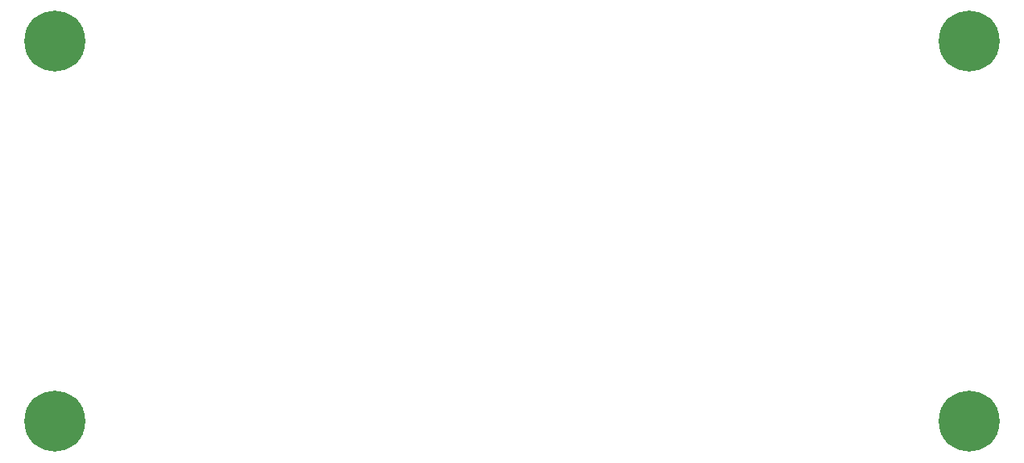
<source format=gbl>
G04 #@! TF.GenerationSoftware,KiCad,Pcbnew,5.1.5+dfsg1-2build2*
G04 #@! TF.CreationDate,2021-12-11T21:30:26+01:00*
G04 #@! TF.ProjectId,blind_tc,626c696e-645f-4746-932e-6b696361645f,rev?*
G04 #@! TF.SameCoordinates,Original*
G04 #@! TF.FileFunction,Copper,L2,Bot*
G04 #@! TF.FilePolarity,Positive*
%FSLAX46Y46*%
G04 Gerber Fmt 4.6, Leading zero omitted, Abs format (unit mm)*
G04 Created by KiCad (PCBNEW 5.1.5+dfsg1-2build2) date 2021-12-11 21:30:26*
%MOMM*%
%LPD*%
G04 APERTURE LIST*
%ADD10C,0.800000*%
%ADD11C,6.400000*%
G04 APERTURE END LIST*
D10*
X152697056Y-93302944D03*
X151000000Y-92600000D03*
X149302944Y-93302944D03*
X148600000Y-95000000D03*
X149302944Y-96697056D03*
X151000000Y-97400000D03*
X152697056Y-96697056D03*
X153400000Y-95000000D03*
D11*
X151000000Y-95000000D03*
D10*
X152697056Y-53302944D03*
X151000000Y-52600000D03*
X149302944Y-53302944D03*
X148600000Y-55000000D03*
X149302944Y-56697056D03*
X151000000Y-57400000D03*
X152697056Y-56697056D03*
X153400000Y-55000000D03*
D11*
X151000000Y-55000000D03*
D10*
X56697056Y-93302944D03*
X55000000Y-92600000D03*
X53302944Y-93302944D03*
X52600000Y-95000000D03*
X53302944Y-96697056D03*
X55000000Y-97400000D03*
X56697056Y-96697056D03*
X57400000Y-95000000D03*
D11*
X55000000Y-95000000D03*
D10*
X56697056Y-53302944D03*
X55000000Y-52600000D03*
X53302944Y-53302944D03*
X52600000Y-55000000D03*
X53302944Y-56697056D03*
X55000000Y-57400000D03*
X56697056Y-56697056D03*
X57400000Y-55000000D03*
D11*
X55000000Y-55000000D03*
M02*

</source>
